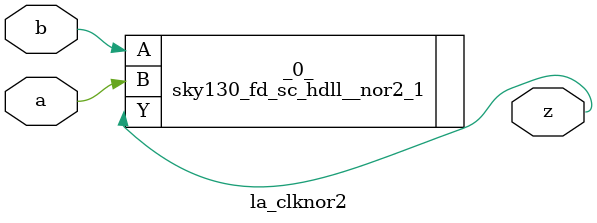
<source format=v>

/* Generated by Yosys 0.37 (git sha1 a5c7f69ed, clang 14.0.0-1ubuntu1.1 -fPIC -Os) */

module la_clknor2(a, b, z);
  input a;
  wire a;
  input b;
  wire b;
  output z;
  wire z;
  sky130_fd_sc_hdll__nor2_1 _0_ (
    .A(b),
    .B(a),
    .Y(z)
  );
endmodule

</source>
